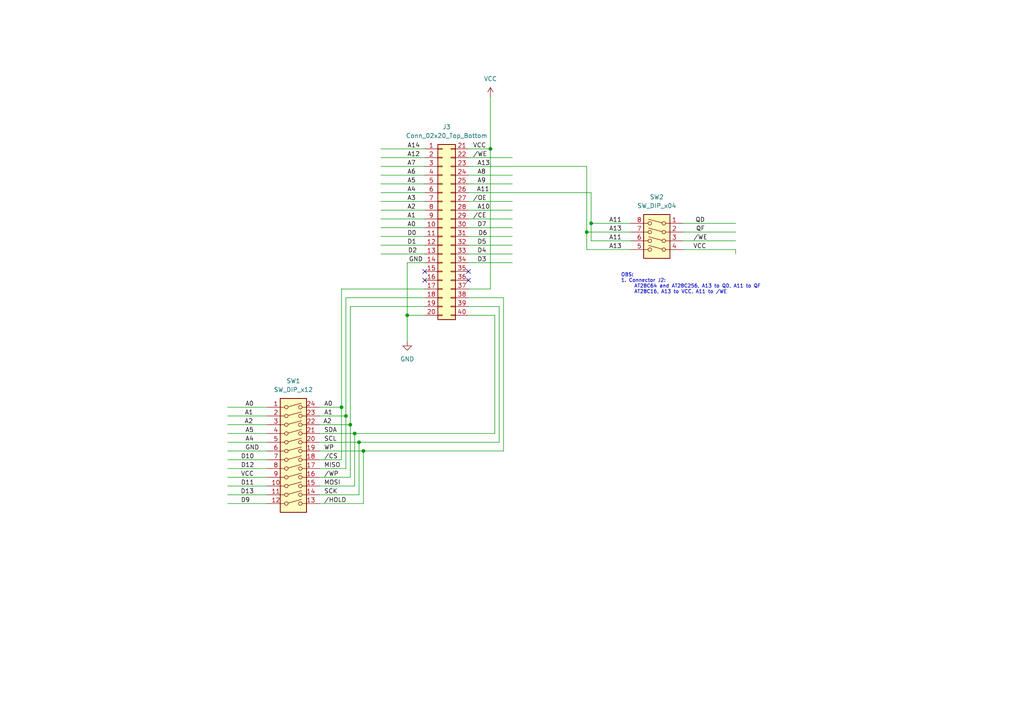
<source format=kicad_sch>
(kicad_sch
	(version 20250114)
	(generator "eeschema")
	(generator_version "9.0")
	(uuid "3f8b8621-16ea-4599-bbae-3a5750b10614")
	(paper "A4")
	(lib_symbols
		(symbol "Connector_Generic:Conn_02x20_Top_Bottom"
			(pin_names
				(offset 1.016)
				(hide yes)
			)
			(exclude_from_sim no)
			(in_bom yes)
			(on_board yes)
			(property "Reference" "J"
				(at 1.27 25.4 0)
				(effects
					(font
						(size 1.27 1.27)
					)
				)
			)
			(property "Value" "Conn_02x20_Top_Bottom"
				(at 1.27 -27.94 0)
				(effects
					(font
						(size 1.27 1.27)
					)
				)
			)
			(property "Footprint" ""
				(at 0 0 0)
				(effects
					(font
						(size 1.27 1.27)
					)
					(hide yes)
				)
			)
			(property "Datasheet" "~"
				(at 0 0 0)
				(effects
					(font
						(size 1.27 1.27)
					)
					(hide yes)
				)
			)
			(property "Description" "Generic connector, double row, 02x20, top/bottom pin numbering scheme (row 1: 1...pins_per_row, row2: pins_per_row+1 ... num_pins), script generated (kicad-library-utils/schlib/autogen/connector/)"
				(at 0 0 0)
				(effects
					(font
						(size 1.27 1.27)
					)
					(hide yes)
				)
			)
			(property "ki_keywords" "connector"
				(at 0 0 0)
				(effects
					(font
						(size 1.27 1.27)
					)
					(hide yes)
				)
			)
			(property "ki_fp_filters" "Connector*:*_2x??_*"
				(at 0 0 0)
				(effects
					(font
						(size 1.27 1.27)
					)
					(hide yes)
				)
			)
			(symbol "Conn_02x20_Top_Bottom_1_1"
				(rectangle
					(start -1.27 24.13)
					(end 3.81 -26.67)
					(stroke
						(width 0.254)
						(type default)
					)
					(fill
						(type background)
					)
				)
				(rectangle
					(start -1.27 22.987)
					(end 0 22.733)
					(stroke
						(width 0.1524)
						(type default)
					)
					(fill
						(type none)
					)
				)
				(rectangle
					(start -1.27 20.447)
					(end 0 20.193)
					(stroke
						(width 0.1524)
						(type default)
					)
					(fill
						(type none)
					)
				)
				(rectangle
					(start -1.27 17.907)
					(end 0 17.653)
					(stroke
						(width 0.1524)
						(type default)
					)
					(fill
						(type none)
					)
				)
				(rectangle
					(start -1.27 15.367)
					(end 0 15.113)
					(stroke
						(width 0.1524)
						(type default)
					)
					(fill
						(type none)
					)
				)
				(rectangle
					(start -1.27 12.827)
					(end 0 12.573)
					(stroke
						(width 0.1524)
						(type default)
					)
					(fill
						(type none)
					)
				)
				(rectangle
					(start -1.27 10.287)
					(end 0 10.033)
					(stroke
						(width 0.1524)
						(type default)
					)
					(fill
						(type none)
					)
				)
				(rectangle
					(start -1.27 7.747)
					(end 0 7.493)
					(stroke
						(width 0.1524)
						(type default)
					)
					(fill
						(type none)
					)
				)
				(rectangle
					(start -1.27 5.207)
					(end 0 4.953)
					(stroke
						(width 0.1524)
						(type default)
					)
					(fill
						(type none)
					)
				)
				(rectangle
					(start -1.27 2.667)
					(end 0 2.413)
					(stroke
						(width 0.1524)
						(type default)
					)
					(fill
						(type none)
					)
				)
				(rectangle
					(start -1.27 0.127)
					(end 0 -0.127)
					(stroke
						(width 0.1524)
						(type default)
					)
					(fill
						(type none)
					)
				)
				(rectangle
					(start -1.27 -2.413)
					(end 0 -2.667)
					(stroke
						(width 0.1524)
						(type default)
					)
					(fill
						(type none)
					)
				)
				(rectangle
					(start -1.27 -4.953)
					(end 0 -5.207)
					(stroke
						(width 0.1524)
						(type default)
					)
					(fill
						(type none)
					)
				)
				(rectangle
					(start -1.27 -7.493)
					(end 0 -7.747)
					(stroke
						(width 0.1524)
						(type default)
					)
					(fill
						(type none)
					)
				)
				(rectangle
					(start -1.27 -10.033)
					(end 0 -10.287)
					(stroke
						(width 0.1524)
						(type default)
					)
					(fill
						(type none)
					)
				)
				(rectangle
					(start -1.27 -12.573)
					(end 0 -12.827)
					(stroke
						(width 0.1524)
						(type default)
					)
					(fill
						(type none)
					)
				)
				(rectangle
					(start -1.27 -15.113)
					(end 0 -15.367)
					(stroke
						(width 0.1524)
						(type default)
					)
					(fill
						(type none)
					)
				)
				(rectangle
					(start -1.27 -17.653)
					(end 0 -17.907)
					(stroke
						(width 0.1524)
						(type default)
					)
					(fill
						(type none)
					)
				)
				(rectangle
					(start -1.27 -20.193)
					(end 0 -20.447)
					(stroke
						(width 0.1524)
						(type default)
					)
					(fill
						(type none)
					)
				)
				(rectangle
					(start -1.27 -22.733)
					(end 0 -22.987)
					(stroke
						(width 0.1524)
						(type default)
					)
					(fill
						(type none)
					)
				)
				(rectangle
					(start -1.27 -25.273)
					(end 0 -25.527)
					(stroke
						(width 0.1524)
						(type default)
					)
					(fill
						(type none)
					)
				)
				(rectangle
					(start 3.81 22.987)
					(end 2.54 22.733)
					(stroke
						(width 0.1524)
						(type default)
					)
					(fill
						(type none)
					)
				)
				(rectangle
					(start 3.81 20.447)
					(end 2.54 20.193)
					(stroke
						(width 0.1524)
						(type default)
					)
					(fill
						(type none)
					)
				)
				(rectangle
					(start 3.81 17.907)
					(end 2.54 17.653)
					(stroke
						(width 0.1524)
						(type default)
					)
					(fill
						(type none)
					)
				)
				(rectangle
					(start 3.81 15.367)
					(end 2.54 15.113)
					(stroke
						(width 0.1524)
						(type default)
					)
					(fill
						(type none)
					)
				)
				(rectangle
					(start 3.81 12.827)
					(end 2.54 12.573)
					(stroke
						(width 0.1524)
						(type default)
					)
					(fill
						(type none)
					)
				)
				(rectangle
					(start 3.81 10.287)
					(end 2.54 10.033)
					(stroke
						(width 0.1524)
						(type default)
					)
					(fill
						(type none)
					)
				)
				(rectangle
					(start 3.81 7.747)
					(end 2.54 7.493)
					(stroke
						(width 0.1524)
						(type default)
					)
					(fill
						(type none)
					)
				)
				(rectangle
					(start 3.81 5.207)
					(end 2.54 4.953)
					(stroke
						(width 0.1524)
						(type default)
					)
					(fill
						(type none)
					)
				)
				(rectangle
					(start 3.81 2.667)
					(end 2.54 2.413)
					(stroke
						(width 0.1524)
						(type default)
					)
					(fill
						(type none)
					)
				)
				(rectangle
					(start 3.81 0.127)
					(end 2.54 -0.127)
					(stroke
						(width 0.1524)
						(type default)
					)
					(fill
						(type none)
					)
				)
				(rectangle
					(start 3.81 -2.413)
					(end 2.54 -2.667)
					(stroke
						(width 0.1524)
						(type default)
					)
					(fill
						(type none)
					)
				)
				(rectangle
					(start 3.81 -4.953)
					(end 2.54 -5.207)
					(stroke
						(width 0.1524)
						(type default)
					)
					(fill
						(type none)
					)
				)
				(rectangle
					(start 3.81 -7.493)
					(end 2.54 -7.747)
					(stroke
						(width 0.1524)
						(type default)
					)
					(fill
						(type none)
					)
				)
				(rectangle
					(start 3.81 -10.033)
					(end 2.54 -10.287)
					(stroke
						(width 0.1524)
						(type default)
					)
					(fill
						(type none)
					)
				)
				(rectangle
					(start 3.81 -12.573)
					(end 2.54 -12.827)
					(stroke
						(width 0.1524)
						(type default)
					)
					(fill
						(type none)
					)
				)
				(rectangle
					(start 3.81 -15.113)
					(end 2.54 -15.367)
					(stroke
						(width 0.1524)
						(type default)
					)
					(fill
						(type none)
					)
				)
				(rectangle
					(start 3.81 -17.653)
					(end 2.54 -17.907)
					(stroke
						(width 0.1524)
						(type default)
					)
					(fill
						(type none)
					)
				)
				(rectangle
					(start 3.81 -20.193)
					(end 2.54 -20.447)
					(stroke
						(width 0.1524)
						(type default)
					)
					(fill
						(type none)
					)
				)
				(rectangle
					(start 3.81 -22.733)
					(end 2.54 -22.987)
					(stroke
						(width 0.1524)
						(type default)
					)
					(fill
						(type none)
					)
				)
				(rectangle
					(start 3.81 -25.273)
					(end 2.54 -25.527)
					(stroke
						(width 0.1524)
						(type default)
					)
					(fill
						(type none)
					)
				)
				(pin passive line
					(at -5.08 22.86 0)
					(length 3.81)
					(name "Pin_1"
						(effects
							(font
								(size 1.27 1.27)
							)
						)
					)
					(number "1"
						(effects
							(font
								(size 1.27 1.27)
							)
						)
					)
				)
				(pin passive line
					(at -5.08 20.32 0)
					(length 3.81)
					(name "Pin_2"
						(effects
							(font
								(size 1.27 1.27)
							)
						)
					)
					(number "2"
						(effects
							(font
								(size 1.27 1.27)
							)
						)
					)
				)
				(pin passive line
					(at -5.08 17.78 0)
					(length 3.81)
					(name "Pin_3"
						(effects
							(font
								(size 1.27 1.27)
							)
						)
					)
					(number "3"
						(effects
							(font
								(size 1.27 1.27)
							)
						)
					)
				)
				(pin passive line
					(at -5.08 15.24 0)
					(length 3.81)
					(name "Pin_4"
						(effects
							(font
								(size 1.27 1.27)
							)
						)
					)
					(number "4"
						(effects
							(font
								(size 1.27 1.27)
							)
						)
					)
				)
				(pin passive line
					(at -5.08 12.7 0)
					(length 3.81)
					(name "Pin_5"
						(effects
							(font
								(size 1.27 1.27)
							)
						)
					)
					(number "5"
						(effects
							(font
								(size 1.27 1.27)
							)
						)
					)
				)
				(pin passive line
					(at -5.08 10.16 0)
					(length 3.81)
					(name "Pin_6"
						(effects
							(font
								(size 1.27 1.27)
							)
						)
					)
					(number "6"
						(effects
							(font
								(size 1.27 1.27)
							)
						)
					)
				)
				(pin passive line
					(at -5.08 7.62 0)
					(length 3.81)
					(name "Pin_7"
						(effects
							(font
								(size 1.27 1.27)
							)
						)
					)
					(number "7"
						(effects
							(font
								(size 1.27 1.27)
							)
						)
					)
				)
				(pin passive line
					(at -5.08 5.08 0)
					(length 3.81)
					(name "Pin_8"
						(effects
							(font
								(size 1.27 1.27)
							)
						)
					)
					(number "8"
						(effects
							(font
								(size 1.27 1.27)
							)
						)
					)
				)
				(pin passive line
					(at -5.08 2.54 0)
					(length 3.81)
					(name "Pin_9"
						(effects
							(font
								(size 1.27 1.27)
							)
						)
					)
					(number "9"
						(effects
							(font
								(size 1.27 1.27)
							)
						)
					)
				)
				(pin passive line
					(at -5.08 0 0)
					(length 3.81)
					(name "Pin_10"
						(effects
							(font
								(size 1.27 1.27)
							)
						)
					)
					(number "10"
						(effects
							(font
								(size 1.27 1.27)
							)
						)
					)
				)
				(pin passive line
					(at -5.08 -2.54 0)
					(length 3.81)
					(name "Pin_11"
						(effects
							(font
								(size 1.27 1.27)
							)
						)
					)
					(number "11"
						(effects
							(font
								(size 1.27 1.27)
							)
						)
					)
				)
				(pin passive line
					(at -5.08 -5.08 0)
					(length 3.81)
					(name "Pin_12"
						(effects
							(font
								(size 1.27 1.27)
							)
						)
					)
					(number "12"
						(effects
							(font
								(size 1.27 1.27)
							)
						)
					)
				)
				(pin passive line
					(at -5.08 -7.62 0)
					(length 3.81)
					(name "Pin_13"
						(effects
							(font
								(size 1.27 1.27)
							)
						)
					)
					(number "13"
						(effects
							(font
								(size 1.27 1.27)
							)
						)
					)
				)
				(pin passive line
					(at -5.08 -10.16 0)
					(length 3.81)
					(name "Pin_14"
						(effects
							(font
								(size 1.27 1.27)
							)
						)
					)
					(number "14"
						(effects
							(font
								(size 1.27 1.27)
							)
						)
					)
				)
				(pin passive line
					(at -5.08 -12.7 0)
					(length 3.81)
					(name "Pin_15"
						(effects
							(font
								(size 1.27 1.27)
							)
						)
					)
					(number "15"
						(effects
							(font
								(size 1.27 1.27)
							)
						)
					)
				)
				(pin passive line
					(at -5.08 -15.24 0)
					(length 3.81)
					(name "Pin_16"
						(effects
							(font
								(size 1.27 1.27)
							)
						)
					)
					(number "16"
						(effects
							(font
								(size 1.27 1.27)
							)
						)
					)
				)
				(pin passive line
					(at -5.08 -17.78 0)
					(length 3.81)
					(name "Pin_17"
						(effects
							(font
								(size 1.27 1.27)
							)
						)
					)
					(number "17"
						(effects
							(font
								(size 1.27 1.27)
							)
						)
					)
				)
				(pin passive line
					(at -5.08 -20.32 0)
					(length 3.81)
					(name "Pin_18"
						(effects
							(font
								(size 1.27 1.27)
							)
						)
					)
					(number "18"
						(effects
							(font
								(size 1.27 1.27)
							)
						)
					)
				)
				(pin passive line
					(at -5.08 -22.86 0)
					(length 3.81)
					(name "Pin_19"
						(effects
							(font
								(size 1.27 1.27)
							)
						)
					)
					(number "19"
						(effects
							(font
								(size 1.27 1.27)
							)
						)
					)
				)
				(pin passive line
					(at -5.08 -25.4 0)
					(length 3.81)
					(name "Pin_20"
						(effects
							(font
								(size 1.27 1.27)
							)
						)
					)
					(number "20"
						(effects
							(font
								(size 1.27 1.27)
							)
						)
					)
				)
				(pin passive line
					(at 7.62 22.86 180)
					(length 3.81)
					(name "Pin_21"
						(effects
							(font
								(size 1.27 1.27)
							)
						)
					)
					(number "21"
						(effects
							(font
								(size 1.27 1.27)
							)
						)
					)
				)
				(pin passive line
					(at 7.62 20.32 180)
					(length 3.81)
					(name "Pin_22"
						(effects
							(font
								(size 1.27 1.27)
							)
						)
					)
					(number "22"
						(effects
							(font
								(size 1.27 1.27)
							)
						)
					)
				)
				(pin passive line
					(at 7.62 17.78 180)
					(length 3.81)
					(name "Pin_23"
						(effects
							(font
								(size 1.27 1.27)
							)
						)
					)
					(number "23"
						(effects
							(font
								(size 1.27 1.27)
							)
						)
					)
				)
				(pin passive line
					(at 7.62 15.24 180)
					(length 3.81)
					(name "Pin_24"
						(effects
							(font
								(size 1.27 1.27)
							)
						)
					)
					(number "24"
						(effects
							(font
								(size 1.27 1.27)
							)
						)
					)
				)
				(pin passive line
					(at 7.62 12.7 180)
					(length 3.81)
					(name "Pin_25"
						(effects
							(font
								(size 1.27 1.27)
							)
						)
					)
					(number "25"
						(effects
							(font
								(size 1.27 1.27)
							)
						)
					)
				)
				(pin passive line
					(at 7.62 10.16 180)
					(length 3.81)
					(name "Pin_26"
						(effects
							(font
								(size 1.27 1.27)
							)
						)
					)
					(number "26"
						(effects
							(font
								(size 1.27 1.27)
							)
						)
					)
				)
				(pin passive line
					(at 7.62 7.62 180)
					(length 3.81)
					(name "Pin_27"
						(effects
							(font
								(size 1.27 1.27)
							)
						)
					)
					(number "27"
						(effects
							(font
								(size 1.27 1.27)
							)
						)
					)
				)
				(pin passive line
					(at 7.62 5.08 180)
					(length 3.81)
					(name "Pin_28"
						(effects
							(font
								(size 1.27 1.27)
							)
						)
					)
					(number "28"
						(effects
							(font
								(size 1.27 1.27)
							)
						)
					)
				)
				(pin passive line
					(at 7.62 2.54 180)
					(length 3.81)
					(name "Pin_29"
						(effects
							(font
								(size 1.27 1.27)
							)
						)
					)
					(number "29"
						(effects
							(font
								(size 1.27 1.27)
							)
						)
					)
				)
				(pin passive line
					(at 7.62 0 180)
					(length 3.81)
					(name "Pin_30"
						(effects
							(font
								(size 1.27 1.27)
							)
						)
					)
					(number "30"
						(effects
							(font
								(size 1.27 1.27)
							)
						)
					)
				)
				(pin passive line
					(at 7.62 -2.54 180)
					(length 3.81)
					(name "Pin_31"
						(effects
							(font
								(size 1.27 1.27)
							)
						)
					)
					(number "31"
						(effects
							(font
								(size 1.27 1.27)
							)
						)
					)
				)
				(pin passive line
					(at 7.62 -5.08 180)
					(length 3.81)
					(name "Pin_32"
						(effects
							(font
								(size 1.27 1.27)
							)
						)
					)
					(number "32"
						(effects
							(font
								(size 1.27 1.27)
							)
						)
					)
				)
				(pin passive line
					(at 7.62 -7.62 180)
					(length 3.81)
					(name "Pin_33"
						(effects
							(font
								(size 1.27 1.27)
							)
						)
					)
					(number "33"
						(effects
							(font
								(size 1.27 1.27)
							)
						)
					)
				)
				(pin passive line
					(at 7.62 -10.16 180)
					(length 3.81)
					(name "Pin_34"
						(effects
							(font
								(size 1.27 1.27)
							)
						)
					)
					(number "34"
						(effects
							(font
								(size 1.27 1.27)
							)
						)
					)
				)
				(pin passive line
					(at 7.62 -12.7 180)
					(length 3.81)
					(name "Pin_35"
						(effects
							(font
								(size 1.27 1.27)
							)
						)
					)
					(number "35"
						(effects
							(font
								(size 1.27 1.27)
							)
						)
					)
				)
				(pin passive line
					(at 7.62 -15.24 180)
					(length 3.81)
					(name "Pin_36"
						(effects
							(font
								(size 1.27 1.27)
							)
						)
					)
					(number "36"
						(effects
							(font
								(size 1.27 1.27)
							)
						)
					)
				)
				(pin passive line
					(at 7.62 -17.78 180)
					(length 3.81)
					(name "Pin_37"
						(effects
							(font
								(size 1.27 1.27)
							)
						)
					)
					(number "37"
						(effects
							(font
								(size 1.27 1.27)
							)
						)
					)
				)
				(pin passive line
					(at 7.62 -20.32 180)
					(length 3.81)
					(name "Pin_38"
						(effects
							(font
								(size 1.27 1.27)
							)
						)
					)
					(number "38"
						(effects
							(font
								(size 1.27 1.27)
							)
						)
					)
				)
				(pin passive line
					(at 7.62 -22.86 180)
					(length 3.81)
					(name "Pin_39"
						(effects
							(font
								(size 1.27 1.27)
							)
						)
					)
					(number "39"
						(effects
							(font
								(size 1.27 1.27)
							)
						)
					)
				)
				(pin passive line
					(at 7.62 -25.4 180)
					(length 3.81)
					(name "Pin_40"
						(effects
							(font
								(size 1.27 1.27)
							)
						)
					)
					(number "40"
						(effects
							(font
								(size 1.27 1.27)
							)
						)
					)
				)
			)
			(embedded_fonts no)
		)
		(symbol "Switch:SW_DIP_x04"
			(pin_names
				(offset 0)
				(hide yes)
			)
			(exclude_from_sim no)
			(in_bom yes)
			(on_board yes)
			(property "Reference" "SW"
				(at 0 8.89 0)
				(effects
					(font
						(size 1.27 1.27)
					)
				)
			)
			(property "Value" "SW_DIP_x04"
				(at 0 -6.35 0)
				(effects
					(font
						(size 1.27 1.27)
					)
				)
			)
			(property "Footprint" ""
				(at 0 0 0)
				(effects
					(font
						(size 1.27 1.27)
					)
					(hide yes)
				)
			)
			(property "Datasheet" "~"
				(at 0 0 0)
				(effects
					(font
						(size 1.27 1.27)
					)
					(hide yes)
				)
			)
			(property "Description" "4x DIP Switch, Single Pole Single Throw (SPST) switch, small symbol"
				(at 0 0 0)
				(effects
					(font
						(size 1.27 1.27)
					)
					(hide yes)
				)
			)
			(property "ki_keywords" "dip switch"
				(at 0 0 0)
				(effects
					(font
						(size 1.27 1.27)
					)
					(hide yes)
				)
			)
			(property "ki_fp_filters" "SW?DIP?x4*"
				(at 0 0 0)
				(effects
					(font
						(size 1.27 1.27)
					)
					(hide yes)
				)
			)
			(symbol "SW_DIP_x04_0_0"
				(circle
					(center -2.032 5.08)
					(radius 0.508)
					(stroke
						(width 0)
						(type default)
					)
					(fill
						(type none)
					)
				)
				(circle
					(center -2.032 2.54)
					(radius 0.508)
					(stroke
						(width 0)
						(type default)
					)
					(fill
						(type none)
					)
				)
				(circle
					(center -2.032 0)
					(radius 0.508)
					(stroke
						(width 0)
						(type default)
					)
					(fill
						(type none)
					)
				)
				(circle
					(center -2.032 -2.54)
					(radius 0.508)
					(stroke
						(width 0)
						(type default)
					)
					(fill
						(type none)
					)
				)
				(polyline
					(pts
						(xy -1.524 5.207) (xy 2.3622 6.2484)
					)
					(stroke
						(width 0)
						(type default)
					)
					(fill
						(type none)
					)
				)
				(polyline
					(pts
						(xy -1.524 2.667) (xy 2.3622 3.7084)
					)
					(stroke
						(width 0)
						(type default)
					)
					(fill
						(type none)
					)
				)
				(polyline
					(pts
						(xy -1.524 0.127) (xy 2.3622 1.1684)
					)
					(stroke
						(width 0)
						(type default)
					)
					(fill
						(type none)
					)
				)
				(polyline
					(pts
						(xy -1.524 -2.3876) (xy 2.3622 -1.3462)
					)
					(stroke
						(width 0)
						(type default)
					)
					(fill
						(type none)
					)
				)
				(circle
					(center 2.032 5.08)
					(radius 0.508)
					(stroke
						(width 0)
						(type default)
					)
					(fill
						(type none)
					)
				)
				(circle
					(center 2.032 2.54)
					(radius 0.508)
					(stroke
						(width 0)
						(type default)
					)
					(fill
						(type none)
					)
				)
				(circle
					(center 2.032 0)
					(radius 0.508)
					(stroke
						(width 0)
						(type default)
					)
					(fill
						(type none)
					)
				)
				(circle
					(center 2.032 -2.54)
					(radius 0.508)
					(stroke
						(width 0)
						(type default)
					)
					(fill
						(type none)
					)
				)
			)
			(symbol "SW_DIP_x04_0_1"
				(rectangle
					(start -3.81 7.62)
					(end 3.81 -5.08)
					(stroke
						(width 0.254)
						(type default)
					)
					(fill
						(type background)
					)
				)
			)
			(symbol "SW_DIP_x04_1_1"
				(pin passive line
					(at -7.62 5.08 0)
					(length 5.08)
					(name "~"
						(effects
							(font
								(size 1.27 1.27)
							)
						)
					)
					(number "1"
						(effects
							(font
								(size 1.27 1.27)
							)
						)
					)
				)
				(pin passive line
					(at -7.62 2.54 0)
					(length 5.08)
					(name "~"
						(effects
							(font
								(size 1.27 1.27)
							)
						)
					)
					(number "2"
						(effects
							(font
								(size 1.27 1.27)
							)
						)
					)
				)
				(pin passive line
					(at -7.62 0 0)
					(length 5.08)
					(name "~"
						(effects
							(font
								(size 1.27 1.27)
							)
						)
					)
					(number "3"
						(effects
							(font
								(size 1.27 1.27)
							)
						)
					)
				)
				(pin passive line
					(at -7.62 -2.54 0)
					(length 5.08)
					(name "~"
						(effects
							(font
								(size 1.27 1.27)
							)
						)
					)
					(number "4"
						(effects
							(font
								(size 1.27 1.27)
							)
						)
					)
				)
				(pin passive line
					(at 7.62 5.08 180)
					(length 5.08)
					(name "~"
						(effects
							(font
								(size 1.27 1.27)
							)
						)
					)
					(number "8"
						(effects
							(font
								(size 1.27 1.27)
							)
						)
					)
				)
				(pin passive line
					(at 7.62 2.54 180)
					(length 5.08)
					(name "~"
						(effects
							(font
								(size 1.27 1.27)
							)
						)
					)
					(number "7"
						(effects
							(font
								(size 1.27 1.27)
							)
						)
					)
				)
				(pin passive line
					(at 7.62 0 180)
					(length 5.08)
					(name "~"
						(effects
							(font
								(size 1.27 1.27)
							)
						)
					)
					(number "6"
						(effects
							(font
								(size 1.27 1.27)
							)
						)
					)
				)
				(pin passive line
					(at 7.62 -2.54 180)
					(length 5.08)
					(name "~"
						(effects
							(font
								(size 1.27 1.27)
							)
						)
					)
					(number "5"
						(effects
							(font
								(size 1.27 1.27)
							)
						)
					)
				)
			)
			(embedded_fonts no)
		)
		(symbol "Switch:SW_DIP_x12"
			(pin_names
				(offset 0)
				(hide yes)
			)
			(exclude_from_sim no)
			(in_bom yes)
			(on_board yes)
			(property "Reference" "SW"
				(at 0 19.05 0)
				(effects
					(font
						(size 1.27 1.27)
					)
				)
			)
			(property "Value" "SW_DIP_x12"
				(at 0 -16.51 0)
				(effects
					(font
						(size 1.27 1.27)
					)
				)
			)
			(property "Footprint" ""
				(at 0 0 0)
				(effects
					(font
						(size 1.27 1.27)
					)
					(hide yes)
				)
			)
			(property "Datasheet" "~"
				(at 0 0 0)
				(effects
					(font
						(size 1.27 1.27)
					)
					(hide yes)
				)
			)
			(property "Description" "12x DIP Switch, Single Pole Single Throw (SPST) switch, small symbol"
				(at 0 0 0)
				(effects
					(font
						(size 1.27 1.27)
					)
					(hide yes)
				)
			)
			(property "ki_keywords" "dip switch"
				(at 0 0 0)
				(effects
					(font
						(size 1.27 1.27)
					)
					(hide yes)
				)
			)
			(property "ki_fp_filters" "SW?DIP?x12*"
				(at 0 0 0)
				(effects
					(font
						(size 1.27 1.27)
					)
					(hide yes)
				)
			)
			(symbol "SW_DIP_x12_0_0"
				(circle
					(center -2.032 15.24)
					(radius 0.508)
					(stroke
						(width 0)
						(type default)
					)
					(fill
						(type none)
					)
				)
				(circle
					(center -2.032 12.7)
					(radius 0.508)
					(stroke
						(width 0)
						(type default)
					)
					(fill
						(type none)
					)
				)
				(circle
					(center -2.032 10.16)
					(radius 0.508)
					(stroke
						(width 0)
						(type default)
					)
					(fill
						(type none)
					)
				)
				(circle
					(center -2.032 7.62)
					(radius 0.508)
					(stroke
						(width 0)
						(type default)
					)
					(fill
						(type none)
					)
				)
				(circle
					(center -2.032 5.08)
					(radius 0.508)
					(stroke
						(width 0)
						(type default)
					)
					(fill
						(type none)
					)
				)
				(circle
					(center -2.032 2.54)
					(radius 0.508)
					(stroke
						(width 0)
						(type default)
					)
					(fill
						(type none)
					)
				)
				(circle
					(center -2.032 0)
					(radius 0.508)
					(stroke
						(width 0)
						(type default)
					)
					(fill
						(type none)
					)
				)
				(circle
					(center -2.032 -2.54)
					(radius 0.508)
					(stroke
						(width 0)
						(type default)
					)
					(fill
						(type none)
					)
				)
				(circle
					(center -2.032 -5.08)
					(radius 0.508)
					(stroke
						(width 0)
						(type default)
					)
					(fill
						(type none)
					)
				)
				(circle
					(center -2.032 -7.62)
					(radius 0.508)
					(stroke
						(width 0)
						(type default)
					)
					(fill
						(type none)
					)
				)
				(circle
					(center -2.032 -10.16)
					(radius 0.508)
					(stroke
						(width 0)
						(type default)
					)
					(fill
						(type none)
					)
				)
				(circle
					(center -2.032 -12.7)
					(radius 0.508)
					(stroke
						(width 0)
						(type default)
					)
					(fill
						(type none)
					)
				)
				(polyline
					(pts
						(xy -1.524 15.367) (xy 2.3622 16.4084)
					)
					(stroke
						(width 0)
						(type default)
					)
					(fill
						(type none)
					)
				)
				(polyline
					(pts
						(xy -1.524 12.827) (xy 2.3622 13.8684)
					)
					(stroke
						(width 0)
						(type default)
					)
					(fill
						(type none)
					)
				)
				(polyline
					(pts
						(xy -1.524 10.287) (xy 2.3622 11.3284)
					)
					(stroke
						(width 0)
						(type default)
					)
					(fill
						(type none)
					)
				)
				(polyline
					(pts
						(xy -1.524 7.747) (xy 2.3622 8.7884)
					)
					(stroke
						(width 0)
						(type default)
					)
					(fill
						(type none)
					)
				)
				(polyline
					(pts
						(xy -1.524 5.207) (xy 2.3622 6.2484)
					)
					(stroke
						(width 0)
						(type default)
					)
					(fill
						(type none)
					)
				)
				(polyline
					(pts
						(xy -1.524 2.667) (xy 2.3622 3.7084)
					)
					(stroke
						(width 0)
						(type default)
					)
					(fill
						(type none)
					)
				)
				(polyline
					(pts
						(xy -1.524 0.127) (xy 2.3622 1.1684)
					)
					(stroke
						(width 0)
						(type default)
					)
					(fill
						(type none)
					)
				)
				(polyline
					(pts
						(xy -1.524 -2.3876) (xy 2.3622 -1.3462)
					)
					(stroke
						(width 0)
						(type default)
					)
					(fill
						(type none)
					)
				)
				(polyline
					(pts
						(xy -1.524 -4.9276) (xy 2.3622 -3.8862)
					)
					(stroke
						(width 0)
						(type default)
					)
					(fill
						(type none)
					)
				)
				(polyline
					(pts
						(xy -1.524 -7.4676) (xy 2.3622 -6.4262)
					)
					(stroke
						(width 0)
						(type default)
					)
					(fill
						(type none)
					)
				)
				(polyline
					(pts
						(xy -1.524 -10.0076) (xy 2.3622 -8.9662)
					)
					(stroke
						(width 0)
						(type default)
					)
					(fill
						(type none)
					)
				)
				(polyline
					(pts
						(xy -1.524 -12.5476) (xy 2.3622 -11.5062)
					)
					(stroke
						(width 0)
						(type default)
					)
					(fill
						(type none)
					)
				)
				(circle
					(center 2.032 15.24)
					(radius 0.508)
					(stroke
						(width 0)
						(type default)
					)
					(fill
						(type none)
					)
				)
				(circle
					(center 2.032 12.7)
					(radius 0.508)
					(stroke
						(width 0)
						(type default)
					)
					(fill
						(type none)
					)
				)
				(circle
					(center 2.032 10.16)
					(radius 0.508)
					(stroke
						(width 0)
						(type default)
					)
					(fill
						(type none)
					)
				)
				(circle
					(center 2.032 7.62)
					(radius 0.508)
					(stroke
						(width 0)
						(type default)
					)
					(fill
						(type none)
					)
				)
				(circle
					(center 2.032 5.08)
					(radius 0.508)
					(stroke
						(width 0)
						(type default)
					)
					(fill
						(type none)
					)
				)
				(circle
					(center 2.032 2.54)
					(radius 0.508)
					(stroke
						(width 0)
						(type default)
					)
					(fill
						(type none)
					)
				)
				(circle
					(center 2.032 0)
					(radius 0.508)
					(stroke
						(width 0)
						(type default)
					)
					(fill
						(type none)
					)
				)
				(circle
					(center 2.032 -2.54)
					(radius 0.508)
					(stroke
						(width 0)
						(type default)
					)
					(fill
						(type none)
					)
				)
				(circle
					(center 2.032 -5.08)
					(radius 0.508)
					(stroke
						(width 0)
						(type default)
					)
					(fill
						(type none)
					)
				)
				(circle
					(center 2.032 -7.62)
					(radius 0.508)
					(stroke
						(width 0)
						(type default)
					)
					(fill
						(type none)
					)
				)
				(circle
					(center 2.032 -10.16)
					(radius 0.508)
					(stroke
						(width 0)
						(type default)
					)
					(fill
						(type none)
					)
				)
				(circle
					(center 2.032 -12.7)
					(radius 0.508)
					(stroke
						(width 0)
						(type default)
					)
					(fill
						(type none)
					)
				)
			)
			(symbol "SW_DIP_x12_1_1"
				(rectangle
					(start -3.81 17.78)
					(end 3.81 -15.24)
					(stroke
						(width 0.254)
						(type default)
					)
					(fill
						(type background)
					)
				)
				(pin passive line
					(at -7.62 15.24 0)
					(length 5.08)
					(name "~"
						(effects
							(font
								(size 1.27 1.27)
							)
						)
					)
					(number "1"
						(effects
							(font
								(size 1.27 1.27)
							)
						)
					)
				)
				(pin passive line
					(at -7.62 12.7 0)
					(length 5.08)
					(name "~"
						(effects
							(font
								(size 1.27 1.27)
							)
						)
					)
					(number "2"
						(effects
							(font
								(size 1.27 1.27)
							)
						)
					)
				)
				(pin passive line
					(at -7.62 10.16 0)
					(length 5.08)
					(name "~"
						(effects
							(font
								(size 1.27 1.27)
							)
						)
					)
					(number "3"
						(effects
							(font
								(size 1.27 1.27)
							)
						)
					)
				)
				(pin passive line
					(at -7.62 7.62 0)
					(length 5.08)
					(name "~"
						(effects
							(font
								(size 1.27 1.27)
							)
						)
					)
					(number "4"
						(effects
							(font
								(size 1.27 1.27)
							)
						)
					)
				)
				(pin passive line
					(at -7.62 5.08 0)
					(length 5.08)
					(name "~"
						(effects
							(font
								(size 1.27 1.27)
							)
						)
					)
					(number "5"
						(effects
							(font
								(size 1.27 1.27)
							)
						)
					)
				)
				(pin passive line
					(at -7.62 2.54 0)
					(length 5.08)
					(name "~"
						(effects
							(font
								(size 1.27 1.27)
							)
						)
					)
					(number "6"
						(effects
							(font
								(size 1.27 1.27)
							)
						)
					)
				)
				(pin passive line
					(at -7.62 0 0)
					(length 5.08)
					(name "~"
						(effects
							(font
								(size 1.27 1.27)
							)
						)
					)
					(number "7"
						(effects
							(font
								(size 1.27 1.27)
							)
						)
					)
				)
				(pin passive line
					(at -7.62 -2.54 0)
					(length 5.08)
					(name "~"
						(effects
							(font
								(size 1.27 1.27)
							)
						)
					)
					(number "8"
						(effects
							(font
								(size 1.27 1.27)
							)
						)
					)
				)
				(pin passive line
					(at -7.62 -5.08 0)
					(length 5.08)
					(name "~"
						(effects
							(font
								(size 1.27 1.27)
							)
						)
					)
					(number "9"
						(effects
							(font
								(size 1.27 1.27)
							)
						)
					)
				)
				(pin passive line
					(at -7.62 -7.62 0)
					(length 5.08)
					(name "~"
						(effects
							(font
								(size 1.27 1.27)
							)
						)
					)
					(number "10"
						(effects
							(font
								(size 1.27 1.27)
							)
						)
					)
				)
				(pin passive line
					(at -7.62 -10.16 0)
					(length 5.08)
					(name "~"
						(effects
							(font
								(size 1.27 1.27)
							)
						)
					)
					(number "11"
						(effects
							(font
								(size 1.27 1.27)
							)
						)
					)
				)
				(pin passive line
					(at -7.62 -12.7 0)
					(length 5.08)
					(name "~"
						(effects
							(font
								(size 1.27 1.27)
							)
						)
					)
					(number "12"
						(effects
							(font
								(size 1.27 1.27)
							)
						)
					)
				)
				(pin passive line
					(at 7.62 15.24 180)
					(length 5.08)
					(name "~"
						(effects
							(font
								(size 1.27 1.27)
							)
						)
					)
					(number "24"
						(effects
							(font
								(size 1.27 1.27)
							)
						)
					)
				)
				(pin passive line
					(at 7.62 12.7 180)
					(length 5.08)
					(name "~"
						(effects
							(font
								(size 1.27 1.27)
							)
						)
					)
					(number "23"
						(effects
							(font
								(size 1.27 1.27)
							)
						)
					)
				)
				(pin passive line
					(at 7.62 10.16 180)
					(length 5.08)
					(name "~"
						(effects
							(font
								(size 1.27 1.27)
							)
						)
					)
					(number "22"
						(effects
							(font
								(size 1.27 1.27)
							)
						)
					)
				)
				(pin passive line
					(at 7.62 7.62 180)
					(length 5.08)
					(name "~"
						(effects
							(font
								(size 1.27 1.27)
							)
						)
					)
					(number "21"
						(effects
							(font
								(size 1.27 1.27)
							)
						)
					)
				)
				(pin passive line
					(at 7.62 5.08 180)
					(length 5.08)
					(name "~"
						(effects
							(font
								(size 1.27 1.27)
							)
						)
					)
					(number "20"
						(effects
							(font
								(size 1.27 1.27)
							)
						)
					)
				)
				(pin passive line
					(at 7.62 2.54 180)
					(length 5.08)
					(name "~"
						(effects
							(font
								(size 1.27 1.27)
							)
						)
					)
					(number "19"
						(effects
							(font
								(size 1.27 1.27)
							)
						)
					)
				)
				(pin passive line
					(at 7.62 0 180)
					(length 5.08)
					(name "~"
						(effects
							(font
								(size 1.27 1.27)
							)
						)
					)
					(number "18"
						(effects
							(font
								(size 1.27 1.27)
							)
						)
					)
				)
				(pin passive line
					(at 7.62 -2.54 180)
					(length 5.08)
					(name "~"
						(effects
							(font
								(size 1.27 1.27)
							)
						)
					)
					(number "17"
						(effects
							(font
								(size 1.27 1.27)
							)
						)
					)
				)
				(pin passive line
					(at 7.62 -5.08 180)
					(length 5.08)
					(name "~"
						(effects
							(font
								(size 1.27 1.27)
							)
						)
					)
					(number "16"
						(effects
							(font
								(size 1.27 1.27)
							)
						)
					)
				)
				(pin passive line
					(at 7.62 -7.62 180)
					(length 5.08)
					(name "~"
						(effects
							(font
								(size 1.27 1.27)
							)
						)
					)
					(number "15"
						(effects
							(font
								(size 1.27 1.27)
							)
						)
					)
				)
				(pin passive line
					(at 7.62 -10.16 180)
					(length 5.08)
					(name "~"
						(effects
							(font
								(size 1.27 1.27)
							)
						)
					)
					(number "14"
						(effects
							(font
								(size 1.27 1.27)
							)
						)
					)
				)
				(pin passive line
					(at 7.62 -12.7 180)
					(length 5.08)
					(name "~"
						(effects
							(font
								(size 1.27 1.27)
							)
						)
					)
					(number "13"
						(effects
							(font
								(size 1.27 1.27)
							)
						)
					)
				)
			)
			(embedded_fonts no)
		)
		(symbol "power:GND"
			(power)
			(pin_numbers
				(hide yes)
			)
			(pin_names
				(offset 0)
				(hide yes)
			)
			(exclude_from_sim no)
			(in_bom yes)
			(on_board yes)
			(property "Reference" "#PWR"
				(at 0 -6.35 0)
				(effects
					(font
						(size 1.27 1.27)
					)
					(hide yes)
				)
			)
			(property "Value" "GND"
				(at 0 -3.81 0)
				(effects
					(font
						(size 1.27 1.27)
					)
				)
			)
			(property "Footprint" ""
				(at 0 0 0)
				(effects
					(font
						(size 1.27 1.27)
					)
					(hide yes)
				)
			)
			(property "Datasheet" ""
				(at 0 0 0)
				(effects
					(font
						(size 1.27 1.27)
					)
					(hide yes)
				)
			)
			(property "Description" "Power symbol creates a global label with name \"GND\" , ground"
				(at 0 0 0)
				(effects
					(font
						(size 1.27 1.27)
					)
					(hide yes)
				)
			)
			(property "ki_keywords" "global power"
				(at 0 0 0)
				(effects
					(font
						(size 1.27 1.27)
					)
					(hide yes)
				)
			)
			(symbol "GND_0_1"
				(polyline
					(pts
						(xy 0 0) (xy 0 -1.27) (xy 1.27 -1.27) (xy 0 -2.54) (xy -1.27 -1.27) (xy 0 -1.27)
					)
					(stroke
						(width 0)
						(type default)
					)
					(fill
						(type none)
					)
				)
			)
			(symbol "GND_1_1"
				(pin power_in line
					(at 0 0 270)
					(length 0)
					(name "~"
						(effects
							(font
								(size 1.27 1.27)
							)
						)
					)
					(number "1"
						(effects
							(font
								(size 1.27 1.27)
							)
						)
					)
				)
			)
			(embedded_fonts no)
		)
		(symbol "power:VCC"
			(power)
			(pin_numbers
				(hide yes)
			)
			(pin_names
				(offset 0)
				(hide yes)
			)
			(exclude_from_sim no)
			(in_bom yes)
			(on_board yes)
			(property "Reference" "#PWR"
				(at 0 -3.81 0)
				(effects
					(font
						(size 1.27 1.27)
					)
					(hide yes)
				)
			)
			(property "Value" "VCC"
				(at 0 3.556 0)
				(effects
					(font
						(size 1.27 1.27)
					)
				)
			)
			(property "Footprint" ""
				(at 0 0 0)
				(effects
					(font
						(size 1.27 1.27)
					)
					(hide yes)
				)
			)
			(property "Datasheet" ""
				(at 0 0 0)
				(effects
					(font
						(size 1.27 1.27)
					)
					(hide yes)
				)
			)
			(property "Description" "Power symbol creates a global label with name \"VCC\""
				(at 0 0 0)
				(effects
					(font
						(size 1.27 1.27)
					)
					(hide yes)
				)
			)
			(property "ki_keywords" "global power"
				(at 0 0 0)
				(effects
					(font
						(size 1.27 1.27)
					)
					(hide yes)
				)
			)
			(symbol "VCC_0_1"
				(polyline
					(pts
						(xy -0.762 1.27) (xy 0 2.54)
					)
					(stroke
						(width 0)
						(type default)
					)
					(fill
						(type none)
					)
				)
				(polyline
					(pts
						(xy 0 2.54) (xy 0.762 1.27)
					)
					(stroke
						(width 0)
						(type default)
					)
					(fill
						(type none)
					)
				)
				(polyline
					(pts
						(xy 0 0) (xy 0 2.54)
					)
					(stroke
						(width 0)
						(type default)
					)
					(fill
						(type none)
					)
				)
			)
			(symbol "VCC_1_1"
				(pin power_in line
					(at 0 0 90)
					(length 0)
					(name "~"
						(effects
							(font
								(size 1.27 1.27)
							)
						)
					)
					(number "1"
						(effects
							(font
								(size 1.27 1.27)
							)
						)
					)
				)
			)
			(embedded_fonts no)
		)
	)
	(text "OBS:\n1. Connector J2:\n	AT28C64 and AT28C256, A13 to QD, A11 to QF\n	AT28C16, A13 to VCC, A11 to /WE "
		(exclude_from_sim no)
		(at 180.086 82.296 0)
		(effects
			(font
				(size 1.016 1.016)
			)
			(justify left)
		)
		(uuid "0102f843-723c-4a51-90f2-488902c074ad")
	)
	(junction
		(at 142.24 43.18)
		(diameter 0)
		(color 0 0 0 0)
		(uuid "055423ff-db15-4443-a874-6ecc980f8d12")
	)
	(junction
		(at 170.18 67.31)
		(diameter 0)
		(color 0 0 0 0)
		(uuid "288c0139-59bb-4de6-80f6-160ee685613f")
	)
	(junction
		(at 171.45 64.77)
		(diameter 0)
		(color 0 0 0 0)
		(uuid "6bd64064-b7c3-4be6-9331-3ca0f06ee71b")
	)
	(junction
		(at 118.11 91.44)
		(diameter 0)
		(color 0 0 0 0)
		(uuid "83d382fb-a4b3-474e-9717-30515af85706")
	)
	(junction
		(at 101.6 123.19)
		(diameter 0)
		(color 0 0 0 0)
		(uuid "91bbd87a-8bd2-4752-9b68-e230cc00757d")
	)
	(junction
		(at 100.33 120.65)
		(diameter 0)
		(color 0 0 0 0)
		(uuid "9942a7d2-80ae-4df6-8132-a23b77f9141d")
	)
	(junction
		(at 105.41 130.81)
		(diameter 0)
		(color 0 0 0 0)
		(uuid "e419e365-2176-41e7-8dad-de1e22bae0fb")
	)
	(junction
		(at 102.87 125.73)
		(diameter 0)
		(color 0 0 0 0)
		(uuid "e8b307d0-7307-4a5f-bcf3-66c1f7b5cc1e")
	)
	(junction
		(at 104.14 128.27)
		(diameter 0)
		(color 0 0 0 0)
		(uuid "ef8692ae-d34d-4e00-bdb7-b6aedc11e287")
	)
	(junction
		(at 99.06 118.11)
		(diameter 0)
		(color 0 0 0 0)
		(uuid "fb62cbaa-3c6e-4828-ade2-ce002c0dbe64")
	)
	(no_connect
		(at 123.19 78.74)
		(uuid "1e670ca4-46a4-432f-b25e-bd9a3489bd59")
	)
	(no_connect
		(at 135.89 78.74)
		(uuid "6604d1e2-c3c3-49af-bb54-ffa404a734db")
	)
	(no_connect
		(at 123.19 81.28)
		(uuid "6a669e17-6302-43da-9dbc-3bb5b2472ff4")
	)
	(no_connect
		(at 135.89 81.28)
		(uuid "82efff95-1cb4-4bc0-a21b-fed06b2f372c")
	)
	(wire
		(pts
			(xy 92.71 130.81) (xy 105.41 130.81)
		)
		(stroke
			(width 0)
			(type default)
		)
		(uuid "01598aa2-4e75-4e05-a454-239f51c232d8")
	)
	(wire
		(pts
			(xy 213.36 72.39) (xy 213.36 73.66)
		)
		(stroke
			(width 0)
			(type default)
		)
		(uuid "061f138f-7dbb-4ec8-ad84-6b1d9b476d66")
	)
	(wire
		(pts
			(xy 99.06 83.82) (xy 123.19 83.82)
		)
		(stroke
			(width 0)
			(type default)
		)
		(uuid "088b527e-be91-49d4-b7fd-f19a87f39672")
	)
	(wire
		(pts
			(xy 110.49 66.04) (xy 123.19 66.04)
		)
		(stroke
			(width 0)
			(type default)
		)
		(uuid "0adf0ab9-36c6-4035-b9d9-2806e35a5e8f")
	)
	(wire
		(pts
			(xy 135.89 88.9) (xy 144.78 88.9)
		)
		(stroke
			(width 0)
			(type default)
		)
		(uuid "0b2388c9-c4d1-43d7-ab3d-1b192a9d3834")
	)
	(wire
		(pts
			(xy 213.36 67.31) (xy 198.12 67.31)
		)
		(stroke
			(width 0)
			(type default)
		)
		(uuid "0ff002a5-449d-4401-a7ab-91030f388a4e")
	)
	(wire
		(pts
			(xy 92.71 125.73) (xy 102.87 125.73)
		)
		(stroke
			(width 0)
			(type default)
		)
		(uuid "11392251-47a4-4358-b609-40852109bbc8")
	)
	(wire
		(pts
			(xy 135.89 55.88) (xy 171.45 55.88)
		)
		(stroke
			(width 0)
			(type default)
		)
		(uuid "12418091-351c-454d-ae94-dbb6ee5066f6")
	)
	(wire
		(pts
			(xy 135.89 63.5) (xy 148.59 63.5)
		)
		(stroke
			(width 0)
			(type default)
		)
		(uuid "143565ed-21c7-4ff3-b93d-e31f79ba8b0a")
	)
	(wire
		(pts
			(xy 92.71 140.97) (xy 102.87 140.97)
		)
		(stroke
			(width 0)
			(type default)
		)
		(uuid "1a33e4df-ce86-4a23-bb48-be66b4527740")
	)
	(wire
		(pts
			(xy 92.71 118.11) (xy 99.06 118.11)
		)
		(stroke
			(width 0)
			(type default)
		)
		(uuid "1e53f75f-d032-4f06-a878-81972b964d50")
	)
	(wire
		(pts
			(xy 92.71 135.89) (xy 100.33 135.89)
		)
		(stroke
			(width 0)
			(type default)
		)
		(uuid "210922b7-ea7c-4b31-966f-10fb67ea1c91")
	)
	(wire
		(pts
			(xy 66.04 135.89) (xy 77.47 135.89)
		)
		(stroke
			(width 0)
			(type default)
		)
		(uuid "2ae2b785-d507-41b0-8bfd-5e79aa58516d")
	)
	(wire
		(pts
			(xy 144.78 88.9) (xy 144.78 128.27)
		)
		(stroke
			(width 0)
			(type default)
		)
		(uuid "2b6043f7-0921-48ef-838f-53edd893fd84")
	)
	(wire
		(pts
			(xy 110.49 48.26) (xy 123.19 48.26)
		)
		(stroke
			(width 0)
			(type default)
		)
		(uuid "2bd9926a-0cd6-42f6-a195-ff2265e295bb")
	)
	(wire
		(pts
			(xy 135.89 83.82) (xy 142.24 83.82)
		)
		(stroke
			(width 0)
			(type default)
		)
		(uuid "2dbc44d9-4115-4e4b-a151-bc5b2d7a65b5")
	)
	(wire
		(pts
			(xy 100.33 86.36) (xy 100.33 120.65)
		)
		(stroke
			(width 0)
			(type default)
		)
		(uuid "2df6c40e-e621-44db-9cc8-c70fcda95e3b")
	)
	(wire
		(pts
			(xy 135.89 86.36) (xy 146.05 86.36)
		)
		(stroke
			(width 0)
			(type default)
		)
		(uuid "2e518cc3-74f5-4386-be0d-2f60f3eb14ec")
	)
	(wire
		(pts
			(xy 135.89 53.34) (xy 148.59 53.34)
		)
		(stroke
			(width 0)
			(type default)
		)
		(uuid "2e94aa40-184a-4e8a-9223-f36197a07d1b")
	)
	(wire
		(pts
			(xy 99.06 83.82) (xy 99.06 118.11)
		)
		(stroke
			(width 0)
			(type default)
		)
		(uuid "2e98bcb2-69cc-443f-afd0-026f7ae15ce9")
	)
	(wire
		(pts
			(xy 171.45 55.88) (xy 171.45 64.77)
		)
		(stroke
			(width 0)
			(type default)
		)
		(uuid "2f6724b5-b598-4a02-b61f-a219c8b8b482")
	)
	(wire
		(pts
			(xy 110.49 50.8) (xy 123.19 50.8)
		)
		(stroke
			(width 0)
			(type default)
		)
		(uuid "2fdf3de5-bed7-4517-a7f9-c7b4b0b05822")
	)
	(wire
		(pts
			(xy 66.04 130.81) (xy 77.47 130.81)
		)
		(stroke
			(width 0)
			(type default)
		)
		(uuid "322c7eb7-99d4-4b46-b58a-c4d31520e6be")
	)
	(wire
		(pts
			(xy 99.06 118.11) (xy 99.06 133.35)
		)
		(stroke
			(width 0)
			(type default)
		)
		(uuid "365c453c-1cad-47a8-80df-5733ba442078")
	)
	(wire
		(pts
			(xy 143.51 91.44) (xy 143.51 125.73)
		)
		(stroke
			(width 0)
			(type default)
		)
		(uuid "40307a47-d9b1-447b-8126-ad1f391bd166")
	)
	(wire
		(pts
			(xy 104.14 128.27) (xy 104.14 143.51)
		)
		(stroke
			(width 0)
			(type default)
		)
		(uuid "4248ddd5-27db-4efc-956c-1cd89604f573")
	)
	(wire
		(pts
			(xy 92.71 138.43) (xy 101.6 138.43)
		)
		(stroke
			(width 0)
			(type default)
		)
		(uuid "453c66f5-b0b1-4e7d-9aef-8bde9e6add1a")
	)
	(wire
		(pts
			(xy 66.04 146.05) (xy 77.47 146.05)
		)
		(stroke
			(width 0)
			(type default)
		)
		(uuid "4896cad9-5b86-4f2d-a943-1f99b4fc99c3")
	)
	(wire
		(pts
			(xy 118.11 76.2) (xy 118.11 91.44)
		)
		(stroke
			(width 0)
			(type default)
		)
		(uuid "4c608b22-6e95-46cd-8a7a-fbb904d2877a")
	)
	(wire
		(pts
			(xy 182.88 64.77) (xy 171.45 64.77)
		)
		(stroke
			(width 0)
			(type default)
		)
		(uuid "4da29014-7334-4950-a309-e2ca64aa5256")
	)
	(wire
		(pts
			(xy 123.19 76.2) (xy 118.11 76.2)
		)
		(stroke
			(width 0)
			(type default)
		)
		(uuid "51278ded-7434-4c14-bc52-9234399c6387")
	)
	(wire
		(pts
			(xy 142.24 27.94) (xy 142.24 43.18)
		)
		(stroke
			(width 0)
			(type default)
		)
		(uuid "534d2496-e391-461e-a878-4a557823ff73")
	)
	(wire
		(pts
			(xy 170.18 72.39) (xy 170.18 67.31)
		)
		(stroke
			(width 0)
			(type default)
		)
		(uuid "5421d2a7-9964-4989-b463-c90b5ccb2567")
	)
	(wire
		(pts
			(xy 118.11 91.44) (xy 123.19 91.44)
		)
		(stroke
			(width 0)
			(type default)
		)
		(uuid "578d2b58-24a0-4b32-81fb-c0c901daf66c")
	)
	(wire
		(pts
			(xy 101.6 88.9) (xy 123.19 88.9)
		)
		(stroke
			(width 0)
			(type default)
		)
		(uuid "5791b97d-9504-4a51-90c6-a1cd1047f8bf")
	)
	(wire
		(pts
			(xy 135.89 60.96) (xy 148.59 60.96)
		)
		(stroke
			(width 0)
			(type default)
		)
		(uuid "6028fdb0-e910-4830-8222-63887ae8cc1f")
	)
	(wire
		(pts
			(xy 142.24 43.18) (xy 142.24 83.82)
		)
		(stroke
			(width 0)
			(type default)
		)
		(uuid "60968458-a90b-4223-9dd6-d86cfe798185")
	)
	(wire
		(pts
			(xy 105.41 130.81) (xy 105.41 146.05)
		)
		(stroke
			(width 0)
			(type default)
		)
		(uuid "621b83be-4af4-4aa7-ac18-065501bfa9b5")
	)
	(wire
		(pts
			(xy 92.71 143.51) (xy 104.14 143.51)
		)
		(stroke
			(width 0)
			(type default)
		)
		(uuid "630c8e56-d8a5-4a65-8ca2-82fd0f23b7f6")
	)
	(wire
		(pts
			(xy 66.04 133.35) (xy 77.47 133.35)
		)
		(stroke
			(width 0)
			(type default)
		)
		(uuid "65b7c155-fb4b-4f71-8851-04f971021b86")
	)
	(wire
		(pts
			(xy 66.04 125.73) (xy 77.47 125.73)
		)
		(stroke
			(width 0)
			(type default)
		)
		(uuid "67fc392b-c617-411c-8e61-dd6d4dfd78d7")
	)
	(wire
		(pts
			(xy 110.49 45.72) (xy 123.19 45.72)
		)
		(stroke
			(width 0)
			(type default)
		)
		(uuid "683eb1c5-36f1-417e-8d27-cf5a2c8bd458")
	)
	(wire
		(pts
			(xy 110.49 71.12) (xy 123.19 71.12)
		)
		(stroke
			(width 0)
			(type default)
		)
		(uuid "6c0c13b7-a3df-4e1c-96c7-1c6a16f58c28")
	)
	(wire
		(pts
			(xy 66.04 138.43) (xy 77.47 138.43)
		)
		(stroke
			(width 0)
			(type default)
		)
		(uuid "6d3fdfec-a715-4920-8a31-684830c34ea3")
	)
	(wire
		(pts
			(xy 66.04 128.27) (xy 77.47 128.27)
		)
		(stroke
			(width 0)
			(type default)
		)
		(uuid "6fbd415a-3b87-4a6f-a064-0fe8b3011a8d")
	)
	(wire
		(pts
			(xy 118.11 91.44) (xy 118.11 99.06)
		)
		(stroke
			(width 0)
			(type default)
		)
		(uuid "70459498-6187-4bde-b93a-c925a21dfd8d")
	)
	(wire
		(pts
			(xy 135.89 71.12) (xy 148.59 71.12)
		)
		(stroke
			(width 0)
			(type default)
		)
		(uuid "7bb7f053-7767-41ee-9a40-1e56475a7b17")
	)
	(wire
		(pts
			(xy 182.88 69.85) (xy 171.45 69.85)
		)
		(stroke
			(width 0)
			(type default)
		)
		(uuid "7cf770f3-3c4e-4411-a40f-fcd0e8c238e2")
	)
	(wire
		(pts
			(xy 110.49 60.96) (xy 123.19 60.96)
		)
		(stroke
			(width 0)
			(type default)
		)
		(uuid "8adbbf56-fde0-4140-9265-38268ca95fba")
	)
	(wire
		(pts
			(xy 144.78 128.27) (xy 104.14 128.27)
		)
		(stroke
			(width 0)
			(type default)
		)
		(uuid "8d10369f-734c-4e09-87fa-faf2aa26caf2")
	)
	(wire
		(pts
			(xy 110.49 53.34) (xy 123.19 53.34)
		)
		(stroke
			(width 0)
			(type default)
		)
		(uuid "90e300bf-42ca-47f3-9c1b-1c11bc7a2e91")
	)
	(wire
		(pts
			(xy 123.19 68.58) (xy 110.49 68.58)
		)
		(stroke
			(width 0)
			(type default)
		)
		(uuid "90f066d7-bc11-48f2-a250-a4b2c4db20ad")
	)
	(wire
		(pts
			(xy 100.33 120.65) (xy 100.33 135.89)
		)
		(stroke
			(width 0)
			(type default)
		)
		(uuid "90f9ceaa-aeae-4624-9884-ba06dd05d205")
	)
	(wire
		(pts
			(xy 110.49 43.18) (xy 123.19 43.18)
		)
		(stroke
			(width 0)
			(type default)
		)
		(uuid "9b72ba25-5b50-44f0-8a76-85b9612dfc4d")
	)
	(wire
		(pts
			(xy 110.49 73.66) (xy 123.19 73.66)
		)
		(stroke
			(width 0)
			(type default)
		)
		(uuid "a004a105-266a-449b-b8bb-7e1990fcf1e7")
	)
	(wire
		(pts
			(xy 101.6 88.9) (xy 101.6 123.19)
		)
		(stroke
			(width 0)
			(type default)
		)
		(uuid "a058fe3a-2cc8-4380-81de-eb835c058d9a")
	)
	(wire
		(pts
			(xy 171.45 69.85) (xy 171.45 64.77)
		)
		(stroke
			(width 0)
			(type default)
		)
		(uuid "a5e8549c-4459-434f-95c5-3caecc956322")
	)
	(wire
		(pts
			(xy 110.49 55.88) (xy 123.19 55.88)
		)
		(stroke
			(width 0)
			(type default)
		)
		(uuid "a779d5e4-1cfb-4554-86d4-4119516d0a26")
	)
	(wire
		(pts
			(xy 101.6 123.19) (xy 101.6 138.43)
		)
		(stroke
			(width 0)
			(type default)
		)
		(uuid "ac328d8d-25dd-4c93-af14-6992cd21d91e")
	)
	(wire
		(pts
			(xy 66.04 140.97) (xy 77.47 140.97)
		)
		(stroke
			(width 0)
			(type default)
		)
		(uuid "b39413fb-7b2c-47fa-95cd-4f935e3540ec")
	)
	(wire
		(pts
			(xy 100.33 86.36) (xy 123.19 86.36)
		)
		(stroke
			(width 0)
			(type default)
		)
		(uuid "bb013eba-c65b-4992-b6f9-0c43d84f4414")
	)
	(wire
		(pts
			(xy 92.71 128.27) (xy 104.14 128.27)
		)
		(stroke
			(width 0)
			(type default)
		)
		(uuid "c17b294c-7df1-4955-b9b7-f5f43055d1e7")
	)
	(wire
		(pts
			(xy 143.51 125.73) (xy 102.87 125.73)
		)
		(stroke
			(width 0)
			(type default)
		)
		(uuid "c276364e-382f-49d4-867e-8f37ac4d2a7c")
	)
	(wire
		(pts
			(xy 135.89 73.66) (xy 148.59 73.66)
		)
		(stroke
			(width 0)
			(type default)
		)
		(uuid "c36bac6f-3aca-49e4-8aa7-df9cb49cf58a")
	)
	(wire
		(pts
			(xy 213.36 69.85) (xy 198.12 69.85)
		)
		(stroke
			(width 0)
			(type default)
		)
		(uuid "c40cc8cc-b355-4345-823f-7b9e4a6484f0")
	)
	(wire
		(pts
			(xy 66.04 120.65) (xy 77.47 120.65)
		)
		(stroke
			(width 0)
			(type default)
		)
		(uuid "c45262d2-4c9a-4956-9bc4-0e5b47217d5a")
	)
	(wire
		(pts
			(xy 66.04 123.19) (xy 77.47 123.19)
		)
		(stroke
			(width 0)
			(type default)
		)
		(uuid "cdcb758b-ce50-457a-b05c-f7d1a617d784")
	)
	(wire
		(pts
			(xy 198.12 72.39) (xy 213.36 72.39)
		)
		(stroke
			(width 0)
			(type default)
		)
		(uuid "cf66493a-e797-4d57-be2d-40978f551dc6")
	)
	(wire
		(pts
			(xy 135.89 50.8) (xy 148.59 50.8)
		)
		(stroke
			(width 0)
			(type default)
		)
		(uuid "d0598ba3-415f-4273-8ce0-4643f44ed248")
	)
	(wire
		(pts
			(xy 92.71 123.19) (xy 101.6 123.19)
		)
		(stroke
			(width 0)
			(type default)
		)
		(uuid "d39df2aa-37ab-4f74-97c4-4c3085ca3681")
	)
	(wire
		(pts
			(xy 135.89 45.72) (xy 148.59 45.72)
		)
		(stroke
			(width 0)
			(type default)
		)
		(uuid "d44e1d4e-6947-4daa-b2dc-f051d5b46639")
	)
	(wire
		(pts
			(xy 66.04 143.51) (xy 77.47 143.51)
		)
		(stroke
			(width 0)
			(type default)
		)
		(uuid "d7b5d693-6b8c-4905-aa14-d4c0fc561a2c")
	)
	(wire
		(pts
			(xy 110.49 63.5) (xy 123.19 63.5)
		)
		(stroke
			(width 0)
			(type default)
		)
		(uuid "dbef4531-f6cf-4df7-b244-95aad854a5ed")
	)
	(wire
		(pts
			(xy 146.05 130.81) (xy 105.41 130.81)
		)
		(stroke
			(width 0)
			(type default)
		)
		(uuid "e1814388-e207-470a-9e86-847bda58c357")
	)
	(wire
		(pts
			(xy 135.89 66.04) (xy 148.59 66.04)
		)
		(stroke
			(width 0)
			(type default)
		)
		(uuid "e5dc26cd-bdf5-4fd2-8264-82253dd1744c")
	)
	(wire
		(pts
			(xy 92.71 146.05) (xy 105.41 146.05)
		)
		(stroke
			(width 0)
			(type default)
		)
		(uuid "e6ba89b2-1271-4ded-b5ba-55ade29f8ef3")
	)
	(wire
		(pts
			(xy 135.89 68.58) (xy 148.59 68.58)
		)
		(stroke
			(width 0)
			(type default)
		)
		(uuid "e6faa383-8deb-4988-879a-0efbbe5d0e0d")
	)
	(wire
		(pts
			(xy 135.89 76.2) (xy 148.59 76.2)
		)
		(stroke
			(width 0)
			(type default)
		)
		(uuid "e86f9514-8908-4747-8a54-f91e6137d057")
	)
	(wire
		(pts
			(xy 182.88 72.39) (xy 170.18 72.39)
		)
		(stroke
			(width 0)
			(type default)
		)
		(uuid "eb1b7148-ca12-4260-aff0-715687694918")
	)
	(wire
		(pts
			(xy 182.88 67.31) (xy 170.18 67.31)
		)
		(stroke
			(width 0)
			(type default)
		)
		(uuid "ec81daac-6c32-474b-aea8-17ba032370a9")
	)
	(wire
		(pts
			(xy 110.49 58.42) (xy 123.19 58.42)
		)
		(stroke
			(width 0)
			(type default)
		)
		(uuid "ec91a759-bf7f-4cfd-bef1-5f3b745441d3")
	)
	(wire
		(pts
			(xy 66.04 118.11) (xy 77.47 118.11)
		)
		(stroke
			(width 0)
			(type default)
		)
		(uuid "ed757e9e-e369-43ef-be43-d35d13edc5be")
	)
	(wire
		(pts
			(xy 92.71 120.65) (xy 100.33 120.65)
		)
		(stroke
			(width 0)
			(type default)
		)
		(uuid "f0ba5698-0040-4a46-a5fa-1046a3349b9e")
	)
	(wire
		(pts
			(xy 142.24 43.18) (xy 135.89 43.18)
		)
		(stroke
			(width 0)
			(type default)
		)
		(uuid "f35a6a0f-69f8-4a1d-8849-c72d2a59ed5e")
	)
	(wire
		(pts
			(xy 135.89 58.42) (xy 148.59 58.42)
		)
		(stroke
			(width 0)
			(type default)
		)
		(uuid "f3707a21-6dd9-4173-baa9-dfa2c7e8d65e")
	)
	(wire
		(pts
			(xy 213.36 64.77) (xy 198.12 64.77)
		)
		(stroke
			(width 0)
			(type default)
		)
		(uuid "f38c2bc2-5973-4dbc-9538-78d8359e1bce")
	)
	(wire
		(pts
			(xy 102.87 125.73) (xy 102.87 140.97)
		)
		(stroke
			(width 0)
			(type default)
		)
		(uuid "f3eb49df-4712-4734-a3e9-7003dd2191af")
	)
	(wire
		(pts
			(xy 92.71 133.35) (xy 99.06 133.35)
		)
		(stroke
			(width 0)
			(type default)
		)
		(uuid "f47388e6-5731-4836-96de-58a3c3da7aef")
	)
	(wire
		(pts
			(xy 135.89 48.26) (xy 170.18 48.26)
		)
		(stroke
			(width 0)
			(type default)
		)
		(uuid "fa43cf16-3b72-4e04-9d5c-60b2cdc52ca9")
	)
	(wire
		(pts
			(xy 135.89 91.44) (xy 143.51 91.44)
		)
		(stroke
			(width 0)
			(type default)
		)
		(uuid "fde2e2f5-51d6-4bb8-9310-8e1bd338b110")
	)
	(wire
		(pts
			(xy 146.05 86.36) (xy 146.05 130.81)
		)
		(stroke
			(width 0)
			(type default)
		)
		(uuid "fe98c0ac-5a32-4441-bc02-6d65634e3de5")
	)
	(wire
		(pts
			(xy 170.18 48.26) (xy 170.18 67.31)
		)
		(stroke
			(width 0)
			(type default)
		)
		(uuid "fffc8bd8-aa1f-46ca-a1a3-8459956c7ee2")
	)
	(label "{slash}CE"
		(at 137.16 63.5 0)
		(effects
			(font
				(size 1.27 1.27)
			)
			(justify left bottom)
		)
		(uuid "066c1fdb-0bf0-4d03-848b-924925a8c454")
	)
	(label "WP"
		(at 93.9799 130.81 0)
		(effects
			(font
				(size 1.27 1.27)
			)
			(justify left bottom)
		)
		(uuid "06d9b663-847e-4318-8b9a-71c69980a44d")
	)
	(label "VCC"
		(at 69.85 138.43 0)
		(effects
			(font
				(size 1.27 1.27)
			)
			(justify left bottom)
		)
		(uuid "0a81fb55-c24e-49f8-be28-889d609fb0a0")
	)
	(label "{slash}WE"
		(at 137.16 45.72 0)
		(effects
			(font
				(size 1.27 1.27)
			)
			(justify left bottom)
		)
		(uuid "0d05e41d-6c73-4fa9-9521-b4621dad2b3b")
	)
	(label "A13"
		(at 180.34 67.31 180)
		(effects
			(font
				(size 1.27 1.27)
			)
			(justify right bottom)
		)
		(uuid "0d57fd7b-45f4-4d23-8e79-2ff6cd290b9d")
	)
	(label "A3"
		(at 118.11 58.42 0)
		(effects
			(font
				(size 1.27 1.27)
			)
			(justify left bottom)
		)
		(uuid "0f43d394-72b7-41a4-94b5-44239ce8fb30")
	)
	(label "VCC"
		(at 204.8713 72.39 180)
		(effects
			(font
				(size 1.27 1.27)
			)
			(justify right bottom)
		)
		(uuid "1c7a6894-5d28-41de-aa97-51692718c221")
	)
	(label "A1"
		(at 93.98 120.65 0)
		(effects
			(font
				(size 1.27 1.27)
			)
			(justify left bottom)
		)
		(uuid "246d1ecc-708d-4083-870a-b76d8bc5f208")
	)
	(label "D0"
		(at 118.11 68.58 0)
		(effects
			(font
				(size 1.27 1.27)
			)
			(justify left bottom)
		)
		(uuid "26fd133c-288d-4835-a3b3-79c5fbec5da0")
	)
	(label "A2"
		(at 118.11 60.96 0)
		(effects
			(font
				(size 1.27 1.27)
			)
			(justify left bottom)
		)
		(uuid "289f22fa-ad0e-46de-92c9-5b4f2e72db75")
	)
	(label "SCK"
		(at 93.98 143.51 0)
		(effects
			(font
				(size 1.27 1.27)
			)
			(justify left bottom)
		)
		(uuid "2f3d40f2-b57d-4c8b-904c-f55811e2af8e")
	)
	(label "A1"
		(at 118.11 63.5 0)
		(effects
			(font
				(size 1.27 1.27)
			)
			(justify left bottom)
		)
		(uuid "31faa08b-32ec-4341-8e3e-84210807aeda")
	)
	(label "A8"
		(at 138.43 50.8 0)
		(effects
			(font
				(size 1.27 1.27)
			)
			(justify left bottom)
		)
		(uuid "383d0341-2cc8-4e6e-b257-e0d9a3d0e0dd")
	)
	(label "MOSI"
		(at 93.98 140.97 0)
		(effects
			(font
				(size 1.27 1.27)
			)
			(justify left bottom)
		)
		(uuid "3ab162d8-2d55-427b-b10f-5bcf89b4ba50")
	)
	(label "A1"
		(at 70.9691 120.65 0)
		(effects
			(font
				(size 1.27 1.27)
			)
			(justify left bottom)
		)
		(uuid "3c981f6f-57f0-4068-bd13-634304a3b7b1")
	)
	(label "D11"
		(at 69.85 140.97 0)
		(effects
			(font
				(size 1.27 1.27)
			)
			(justify left bottom)
		)
		(uuid "4440a0ab-c091-455a-bca5-5301fd5b07c3")
	)
	(label "QD"
		(at 204.47 64.77 180)
		(effects
			(font
				(size 1.27 1.27)
			)
			(justify right bottom)
		)
		(uuid "4ea24139-34d2-4374-8d11-5cb53d51ad0e")
	)
	(label "{slash}HOLD"
		(at 93.98 146.05 0)
		(effects
			(font
				(size 1.27 1.27)
			)
			(justify left bottom)
		)
		(uuid "4fe8e5b3-62c7-44ca-98f9-2f6f7b49b23d")
	)
	(label "A4"
		(at 118.11 55.88 0)
		(effects
			(font
				(size 1.27 1.27)
			)
			(justify left bottom)
		)
		(uuid "51c61226-e9fe-4e7a-8454-671a30fe21cd")
	)
	(label "{slash}CS"
		(at 93.98 133.35 0)
		(effects
			(font
				(size 1.27 1.27)
			)
			(justify left bottom)
		)
		(uuid "58cc11d8-bbec-45a6-bc16-e34a7c5bc685")
	)
	(label "A14"
		(at 118.1444 43.18 0)
		(effects
			(font
				(size 1.27 1.27)
			)
			(justify left bottom)
		)
		(uuid "595b678a-53a2-45ab-ac7a-f51174cb6dc0")
	)
	(label "D6"
		(at 138.6724 68.58 0)
		(effects
			(font
				(size 1.27 1.27)
			)
			(justify left bottom)
		)
		(uuid "59ad9503-dded-4857-bf51-a1cdbcea9b65")
	)
	(label "A11"
		(at 138.2643 55.88 0)
		(effects
			(font
				(size 1.27 1.27)
			)
			(justify left bottom)
		)
		(uuid "629330c2-d0f8-41a2-8d7c-a16db2f68e12")
	)
	(label "{slash}OE"
		(at 137.16 58.42 0)
		(effects
			(font
				(size 1.27 1.27)
			)
			(justify left bottom)
		)
		(uuid "634dfde2-8642-407d-8f5e-0f107a916dcb")
	)
	(label "D9"
		(at 69.85 146.05 0)
		(effects
			(font
				(size 1.27 1.27)
			)
			(justify left bottom)
		)
		(uuid "63cd9487-c375-454a-91ed-07fa6a525106")
	)
	(label "SDA"
		(at 93.98 125.73 0)
		(effects
			(font
				(size 1.27 1.27)
			)
			(justify left bottom)
		)
		(uuid "640c22bd-c99d-49e4-9c95-2b54d0a3a4bf")
	)
	(label "QF"
		(at 204.47 67.31 180)
		(effects
			(font
				(size 1.27 1.27)
			)
			(justify right bottom)
		)
		(uuid "68235d12-e2b3-469e-908a-c26d5d5a7412")
	)
	(label "D10"
		(at 69.85 133.35 0)
		(effects
			(font
				(size 1.27 1.27)
			)
			(justify left bottom)
		)
		(uuid "68fd2122-c4ab-4c33-a856-4b63c6551e25")
	)
	(label "A11"
		(at 180.34 69.85 180)
		(effects
			(font
				(size 1.27 1.27)
			)
			(justify right bottom)
		)
		(uuid "6cc30954-cf54-4dbb-860a-6ff9bc1c2962")
	)
	(label "GND"
		(at 71.12 130.81 0)
		(effects
			(font
				(size 1.27 1.27)
			)
			(justify left bottom)
		)
		(uuid "72814f74-c152-4c5a-85cf-86e2ff7ede8e")
	)
	(label "D12"
		(at 69.85 135.89 0)
		(effects
			(font
				(size 1.27 1.27)
			)
			(justify left bottom)
		)
		(uuid "7858453b-0670-4c94-b4f5-c60fd180cd80")
	)
	(label "MISO"
		(at 93.98 135.89 0)
		(effects
			(font
				(size 1.27 1.27)
			)
			(justify left bottom)
		)
		(uuid "7e6a11f2-1ccd-42f8-bb74-bb7c5a8f5b67")
	)
	(label "VCC"
		(at 137.16 43.18 0)
		(effects
			(font
				(size 1.27 1.27)
			)
			(justify left bottom)
		)
		(uuid "812c944e-2c85-49fb-acd1-7af84a4ff68d")
	)
	(label "A5"
		(at 118.11 53.34 0)
		(effects
			(font
				(size 1.27 1.27)
			)
			(justify left bottom)
		)
		(uuid "8518845d-5002-46a3-8305-0a1016c03a47")
	)
	(label "A11"
		(at 180.34 64.77 180)
		(effects
			(font
				(size 1.27 1.27)
			)
			(justify right bottom)
		)
		(uuid "886fef0b-2319-4122-b6df-59957bac0db0")
	)
	(label "{slash}WP"
		(at 93.98 138.43 0)
		(effects
			(font
				(size 1.27 1.27)
			)
			(justify left bottom)
		)
		(uuid "8e979171-aa30-4ab2-8198-77b4a806be1c")
	)
	(label "A13"
		(at 138.43 48.26 0)
		(effects
			(font
				(size 1.27 1.27)
			)
			(justify left bottom)
		)
		(uuid "8faec676-34de-4e12-ac87-971ff4de67bd")
	)
	(label "{slash}WE"
		(at 205.2122 69.85 180)
		(effects
			(font
				(size 1.27 1.27)
			)
			(justify right bottom)
		)
		(uuid "939cec85-278d-4911-9937-ddca12b0836f")
	)
	(label "D5"
		(at 138.43 71.12 0)
		(effects
			(font
				(size 1.27 1.27)
			)
			(justify left bottom)
		)
		(uuid "93c660b7-e4b4-4fcf-8b02-2614093873f6")
	)
	(label "D7"
		(at 138.43 66.04 0)
		(effects
			(font
				(size 1.27 1.27)
			)
			(justify left bottom)
		)
		(uuid "947535f5-c15d-4473-8c83-546662c4b1a8")
	)
	(label "A5"
		(at 71.12 125.73 0)
		(effects
			(font
				(size 1.27 1.27)
			)
			(justify left bottom)
		)
		(uuid "9a7ab0db-f6a1-4cb4-a0c4-9df62a26a865")
	)
	(label "A0"
		(at 71.12 118.11 0)
		(effects
			(font
				(size 1.27 1.27)
			)
			(justify left bottom)
		)
		(uuid "9bea42a7-8143-4153-b12b-72841e4a87b0")
	)
	(label "A0"
		(at 93.98 118.11 0)
		(effects
			(font
				(size 1.27 1.27)
			)
			(justify left bottom)
		)
		(uuid "a283a549-d8fa-463a-b3ba-11a61716287c")
	)
	(label "A2"
		(at 93.7243 123.19 0)
		(effects
			(font
				(size 1.27 1.27)
			)
			(justify left bottom)
		)
		(uuid "a6c05de5-e0e3-429f-9689-da09fd428ff9")
	)
	(label "GND"
		(at 118.5803 76.2 0)
		(effects
			(font
				(size 1.27 1.27)
			)
			(justify left bottom)
		)
		(uuid "b129d59c-050d-4105-a8cf-1f5243c3d728")
	)
	(label "A12"
		(at 118.11 45.72 0)
		(effects
			(font
				(size 1.27 1.27)
			)
			(justify left bottom)
		)
		(uuid "b240ade3-b84a-49c9-a6ad-3f6d33ad0e63")
	)
	(label "D1"
		(at 118.11 71.12 0)
		(effects
			(font
				(size 1.27 1.27)
			)
			(justify left bottom)
		)
		(uuid "b3319661-9b9a-4a22-88d7-1ca84acdff0c")
	)
	(label "D2"
		(at 118.3108 73.66 0)
		(effects
			(font
				(size 1.27 1.27)
			)
			(justify left bottom)
		)
		(uuid "c012892c-2557-4065-81e1-abb845c5def2")
	)
	(label "A2"
		(at 70.9052 123.19 0)
		(effects
			(font
				(size 1.27 1.27)
			)
			(justify left bottom)
		)
		(uuid "c6e4c462-1ccf-4175-b63c-f86c53912902")
	)
	(label "A6"
		(at 118.11 50.8 0)
		(effects
			(font
				(size 1.27 1.27)
			)
			(justify left bottom)
		)
		(uuid "c7c75019-196e-4125-bec9-962c88279e74")
	)
	(label "D13"
		(at 69.7671 143.51 0)
		(effects
			(font
				(size 1.27 1.27)
			)
			(justify left bottom)
		)
		(uuid "d9fd2553-ae70-4e6a-a17c-02c007b9e259")
	)
	(label "SCL"
		(at 93.98 128.27 0)
		(effects
			(font
				(size 1.27 1.27)
			)
			(justify left bottom)
		)
		(uuid "dafcf7a7-914f-4faf-9198-a2b9c9dc2846")
	)
	(label "A9"
		(at 138.43 53.34 0)
		(effects
			(font
				(size 1.27 1.27)
			)
			(justify left bottom)
		)
		(uuid "db3cdf7f-bab6-4529-8724-d5b141b43d4d")
	)
	(label "A0"
		(at 118.11 66.04 0)
		(effects
			(font
				(size 1.27 1.27)
			)
			(justify left bottom)
		)
		(uuid "dc5b0261-75ff-42bd-9b79-deea68883be2")
	)
	(label "D4"
		(at 138.43 73.66 0)
		(effects
			(font
				(size 1.27 1.27)
			)
			(justify left bottom)
		)
		(uuid "dda2f2a6-48d0-4ea8-8726-42220cb9c035")
	)
	(label "D3"
		(at 138.43 76.2 0)
		(effects
			(font
				(size 1.27 1.27)
			)
			(justify left bottom)
		)
		(uuid "e4e61668-e6fc-455b-801c-6493dc3bb05a")
	)
	(label "A10"
		(at 138.43 60.96 0)
		(effects
			(font
				(size 1.27 1.27)
			)
			(justify left bottom)
		)
		(uuid "ec4016d3-000b-41e2-b1fd-69b3d3fb7456")
	)
	(label "A4"
		(at 71.12 128.27 0)
		(effects
			(font
				(size 1.27 1.27)
			)
			(justify left bottom)
		)
		(uuid "efa0ddf6-d3e3-4e41-80ad-e53ea55707f4")
	)
	(label "A13"
		(at 180.34 72.39 180)
		(effects
			(font
				(size 1.27 1.27)
			)
			(justify right bottom)
		)
		(uuid "f6ff2474-1230-45ce-95b8-e7b42eb4dfc7")
	)
	(label "A7"
		(at 118.11 48.26 0)
		(effects
			(font
				(size 1.27 1.27)
			)
			(justify left bottom)
		)
		(uuid "f80feda5-1f1a-49dc-892b-e5097616dd25")
	)
	(symbol
		(lib_id "Switch:SW_DIP_x12")
		(at 85.09 133.35 0)
		(unit 1)
		(exclude_from_sim no)
		(in_bom yes)
		(on_board yes)
		(dnp no)
		(fields_autoplaced yes)
		(uuid "4f5c38b9-eed8-4d43-a18b-4eed3155edc1")
		(property "Reference" "SW1"
			(at 85.09 110.49 0)
			(effects
				(font
					(size 1.27 1.27)
				)
			)
		)
		(property "Value" "SW_DIP_x12"
			(at 85.09 113.03 0)
			(effects
				(font
					(size 1.27 1.27)
				)
			)
		)
		(property "Footprint" ""
			(at 85.09 133.35 0)
			(effects
				(font
					(size 1.27 1.27)
				)
				(hide yes)
			)
		)
		(property "Datasheet" "~"
			(at 85.09 133.35 0)
			(effects
				(font
					(size 1.27 1.27)
				)
				(hide yes)
			)
		)
		(property "Description" "12x DIP Switch, Single Pole Single Throw (SPST) switch, small symbol"
			(at 85.09 133.35 0)
			(effects
				(font
					(size 1.27 1.27)
				)
				(hide yes)
			)
		)
		(pin "21"
			(uuid "88b6be1f-8cc4-45d0-b8b6-2f6a00d14c88")
		)
		(pin "2"
			(uuid "96baa3d9-f520-456c-8050-42e30ce51ea8")
		)
		(pin "12"
			(uuid "dd1b2566-f208-4b94-b607-74938e83d789")
		)
		(pin "15"
			(uuid "eba4c8d2-a208-44b6-8766-3728c1ae9045")
		)
		(pin "16"
			(uuid "eb10290f-0f21-434f-a646-0db911c22bfa")
		)
		(pin "23"
			(uuid "b3adb79b-e105-48b3-9273-cf32acbe43c6")
		)
		(pin "8"
			(uuid "cd282007-d211-4d6b-b8f5-2a1463ad5b9a")
		)
		(pin "4"
			(uuid "30072bd2-edfa-491c-9b68-150bef2d5d59")
		)
		(pin "3"
			(uuid "dcda0d96-a453-48a1-87bd-a0963509c4b0")
		)
		(pin "5"
			(uuid "dff04c59-ef71-4184-91e2-71d167448fd7")
		)
		(pin "6"
			(uuid "16900863-603d-4f0f-a006-8f7dfc6728c7")
		)
		(pin "24"
			(uuid "f097eba9-0ed9-434c-ba63-bee7a6e16d38")
		)
		(pin "22"
			(uuid "2ccdd3ac-13b5-43ec-a3ba-4e8a5073d0fb")
		)
		(pin "20"
			(uuid "68f53ba4-c491-47e5-adc9-fe0ce138e3a3")
		)
		(pin "1"
			(uuid "cd997fd7-248a-4303-bfc1-8f1222cd7591")
		)
		(pin "7"
			(uuid "2a6fd4e1-1953-4006-aaf3-8363de9d4866")
		)
		(pin "9"
			(uuid "5cb18425-ce11-4b74-b36b-05bc315eef63")
		)
		(pin "10"
			(uuid "b83f5e14-23c5-4150-bfb3-bfd8b9987dba")
		)
		(pin "11"
			(uuid "f5c67645-cd6e-4719-bf1e-85a2d32e9c39")
		)
		(pin "19"
			(uuid "a52f55a5-a785-4965-9ff1-712e26557cbf")
		)
		(pin "18"
			(uuid "233980d3-54ca-4e1e-899b-c89d34afa685")
		)
		(pin "17"
			(uuid "99fa319f-d70c-4310-a2b5-b534ad59744d")
		)
		(pin "14"
			(uuid "0231676e-ffbe-4381-8123-28be78f38ae4")
		)
		(pin "13"
			(uuid "8164a044-3e35-473f-b942-967bcd82e5f8")
		)
	)
	(symbol
		(lib_id "Switch:SW_DIP_x04")
		(at 190.5 69.85 0)
		(mirror y)
		(unit 1)
		(exclude_from_sim no)
		(in_bom yes)
		(on_board yes)
		(dnp no)
		(fields_autoplaced yes)
		(uuid "7157d216-7cca-46f7-b85d-7ffb9e7f2829")
		(property "Reference" "SW2"
			(at 190.5 57.15 0)
			(effects
				(font
					(size 1.27 1.27)
				)
			)
		)
		(property "Value" "SW_DIP_x04"
			(at 190.5 59.69 0)
			(effects
				(font
					(size 1.27 1.27)
				)
			)
		)
		(property "Footprint" ""
			(at 190.5 69.85 0)
			(effects
				(font
					(size 1.27 1.27)
				)
				(hide yes)
			)
		)
		(property "Datasheet" "~"
			(at 190.5 69.85 0)
			(effects
				(font
					(size 1.27 1.27)
				)
				(hide yes)
			)
		)
		(property "Description" "4x DIP Switch, Single Pole Single Throw (SPST) switch, small symbol"
			(at 190.5 69.85 0)
			(effects
				(font
					(size 1.27 1.27)
				)
				(hide yes)
			)
		)
		(pin "8"
			(uuid "d522600a-7154-4624-b227-7c25f92206d5")
		)
		(pin "1"
			(uuid "3633983d-8c51-4aa8-bde4-92e4e9c10b0b")
		)
		(pin "2"
			(uuid "98a6bd69-d0e6-4d18-b7b2-558f97844164")
		)
		(pin "3"
			(uuid "d3ef08d1-361d-4cd0-956f-a3df2ed5db5a")
		)
		(pin "4"
			(uuid "841f6e82-8745-463b-800b-91cbf983324f")
		)
		(pin "7"
			(uuid "971275f2-db3f-40f1-b0ab-866577417014")
		)
		(pin "6"
			(uuid "983d9262-dede-4d31-b5fc-9305c428a554")
		)
		(pin "5"
			(uuid "1649ccae-bba1-4345-b178-1a984b5ef8d2")
		)
	)
	(symbol
		(lib_id "Connector_Generic:Conn_02x20_Top_Bottom")
		(at 128.27 66.04 0)
		(unit 1)
		(exclude_from_sim no)
		(in_bom yes)
		(on_board yes)
		(dnp no)
		(fields_autoplaced yes)
		(uuid "859ac86e-eb5a-4c5d-b902-8331374d91be")
		(property "Reference" "J3"
			(at 129.54 36.83 0)
			(effects
				(font
					(size 1.27 1.27)
				)
			)
		)
		(property "Value" "Conn_02x20_Top_Bottom"
			(at 129.54 39.37 0)
			(effects
				(font
					(size 1.27 1.27)
				)
			)
		)
		(property "Footprint" ""
			(at 128.27 66.04 0)
			(effects
				(font
					(size 1.27 1.27)
				)
				(hide yes)
			)
		)
		(property "Datasheet" "~"
			(at 128.27 66.04 0)
			(effects
				(font
					(size 1.27 1.27)
				)
				(hide yes)
			)
		)
		(property "Description" "Generic connector, double row, 02x20, top/bottom pin numbering scheme (row 1: 1...pins_per_row, row2: pins_per_row+1 ... num_pins), script generated (kicad-library-utils/schlib/autogen/connector/)"
			(at 128.27 66.04 0)
			(effects
				(font
					(size 1.27 1.27)
				)
				(hide yes)
			)
		)
		(pin "2"
			(uuid "dca403ce-55ba-458f-a600-0152aa229069")
		)
		(pin "1"
			(uuid "912b6659-04bc-4c54-bad8-13a38ad265f9")
		)
		(pin "3"
			(uuid "d4d728d9-8e42-4ba5-a05c-bd6f93f1b3c6")
		)
		(pin "4"
			(uuid "f66865f7-af26-4def-87b2-0c483cb2965e")
		)
		(pin "10"
			(uuid "1d7bf748-5d50-4093-876e-e8baf7fe9401")
		)
		(pin "9"
			(uuid "d7203183-cdc0-48e6-8e0a-8a94f8bcdb8a")
		)
		(pin "25"
			(uuid "96ed2ee0-2e24-490a-906c-37f2279742f6")
		)
		(pin "5"
			(uuid "9a4cd1b8-f83f-4dbd-b488-090a897b618d")
		)
		(pin "6"
			(uuid "d913eb22-07cc-42d4-9568-24a27399151f")
		)
		(pin "7"
			(uuid "e5564991-75ba-4435-8a87-70c760ced13c")
		)
		(pin "15"
			(uuid "b172e923-6a3c-44d4-a303-ec157b57c8d6")
		)
		(pin "13"
			(uuid "bbfd295d-4d0d-426e-951b-33c78f36a08b")
		)
		(pin "11"
			(uuid "31fbf452-dbf5-4cbf-99d3-733a70a842cc")
		)
		(pin "16"
			(uuid "93bfc6e6-c117-4e71-895e-0876b7bfcb62")
		)
		(pin "17"
			(uuid "f17bc846-5d2b-4952-baa8-d4eb67a9eccc")
		)
		(pin "18"
			(uuid "57b10678-ccb1-4f13-a50e-8dfe56ec9a50")
		)
		(pin "20"
			(uuid "2e7fa3ca-16e1-413d-8273-e9953c4498c1")
		)
		(pin "12"
			(uuid "9f41aba9-fcb7-4575-bf64-9d68d7183764")
		)
		(pin "21"
			(uuid "96ba655f-0666-431b-b4fa-2cc1cfc48cf0")
		)
		(pin "8"
			(uuid "c9459654-d634-47fa-b106-e515f4b0fb3c")
		)
		(pin "22"
			(uuid "dba0c319-15e4-4fa3-b99c-1fc97f5d6b61")
		)
		(pin "14"
			(uuid "0033e629-4638-499a-91e9-79ccb5800f3d")
		)
		(pin "19"
			(uuid "51782544-ca0c-4d9c-bdc8-e5b2a3e27315")
		)
		(pin "23"
			(uuid "f427c41e-9c00-4bf7-a35f-12dc92ddf68a")
		)
		(pin "24"
			(uuid "f452b0e2-a8cd-4f96-9781-d250dfa9d814")
		)
		(pin "39"
			(uuid "ad0e80bb-9382-448f-b434-559e4b371a8e")
		)
		(pin "35"
			(uuid "bfe132b7-1fa5-4f6d-9f0d-682757ed91f6")
		)
		(pin "30"
			(uuid "f99575f8-8718-4fb4-ab6c-d6a6a6a61b0d")
		)
		(pin "37"
			(uuid "101f48c5-c94f-4ead-957a-bd3486bab674")
		)
		(pin "31"
			(uuid "96c48cf0-dfdb-447a-a22d-1bbfba747a9a")
		)
		(pin "29"
			(uuid "d0752bf3-c555-4ca4-8b44-2468f09139ee")
		)
		(pin "32"
			(uuid "95bb48f9-9c65-4484-a22a-4dec6433218f")
		)
		(pin "38"
			(uuid "8faaeec6-212e-4d3f-82a3-a72ff2070192")
		)
		(pin "33"
			(uuid "79fc1198-b520-4c84-86c7-3a1cf587bee5")
		)
		(pin "27"
			(uuid "6ce46d17-44a5-42ce-bb21-89911317232f")
		)
		(pin "28"
			(uuid "3cce7081-08a0-4943-bc2e-c3538c125cf1")
		)
		(pin "34"
			(uuid "0ee0c6fc-c0bc-41e8-9994-926e58f76601")
		)
		(pin "36"
			(uuid "a7c7ed97-3fbc-4ffa-b046-cd973159c1b6")
		)
		(pin "26"
			(uuid "8e631f09-98ec-4916-b84d-24144f667981")
		)
		(pin "40"
			(uuid "d077abb3-3e76-480c-b169-c23e728022db")
		)
		(instances
			(project "eeprogrammer"
				(path "/e63e39d7-6ac0-4ffd-8aa3-1841a4541b55/3ff562d2-ee1e-4298-938a-8491920633e1"
					(reference "J3")
					(unit 1)
				)
			)
		)
	)
	(symbol
		(lib_id "power:GND")
		(at 118.11 99.06 0)
		(unit 1)
		(exclude_from_sim no)
		(in_bom yes)
		(on_board yes)
		(dnp no)
		(fields_autoplaced yes)
		(uuid "9c6aa277-eaa8-4267-b0bb-60f2ab076b31")
		(property "Reference" "#PWR012"
			(at 118.11 105.41 0)
			(effects
				(font
					(size 1.27 1.27)
				)
				(hide yes)
			)
		)
		(property "Value" "GND"
			(at 118.11 104.14 0)
			(effects
				(font
					(size 1.27 1.27)
				)
			)
		)
		(property "Footprint" ""
			(at 118.11 99.06 0)
			(effects
				(font
					(size 1.27 1.27)
				)
				(hide yes)
			)
		)
		(property "Datasheet" ""
			(at 118.11 99.06 0)
			(effects
				(font
					(size 1.27 1.27)
				)
				(hide yes)
			)
		)
		(property "Description" "Power symbol creates a global label with name \"GND\" , ground"
			(at 118.11 99.06 0)
			(effects
				(font
					(size 1.27 1.27)
				)
				(hide yes)
			)
		)
		(pin "1"
			(uuid "13e60d00-f821-46ad-9761-4a8068c9cb7e")
		)
	)
	(symbol
		(lib_id "power:VCC")
		(at 142.24 27.94 0)
		(unit 1)
		(exclude_from_sim no)
		(in_bom yes)
		(on_board yes)
		(dnp no)
		(fields_autoplaced yes)
		(uuid "a4474f12-fcc4-4ff7-bee6-d7763f530c5e")
		(property "Reference" "#PWR013"
			(at 142.24 31.75 0)
			(effects
				(font
					(size 1.27 1.27)
				)
				(hide yes)
			)
		)
		(property "Value" "VCC"
			(at 142.24 22.86 0)
			(effects
				(font
					(size 1.27 1.27)
				)
			)
		)
		(property "Footprint" ""
			(at 142.24 27.94 0)
			(effects
				(font
					(size 1.27 1.27)
				)
				(hide yes)
			)
		)
		(property "Datasheet" ""
			(at 142.24 27.94 0)
			(effects
				(font
					(size 1.27 1.27)
				)
				(hide yes)
			)
		)
		(property "Description" "Power symbol creates a global label with name \"VCC\""
			(at 142.24 27.94 0)
			(effects
				(font
					(size 1.27 1.27)
				)
				(hide yes)
			)
		)
		(pin "1"
			(uuid "3049e59d-5109-4438-b9ed-69f9f4192877")
		)
	)
)

</source>
